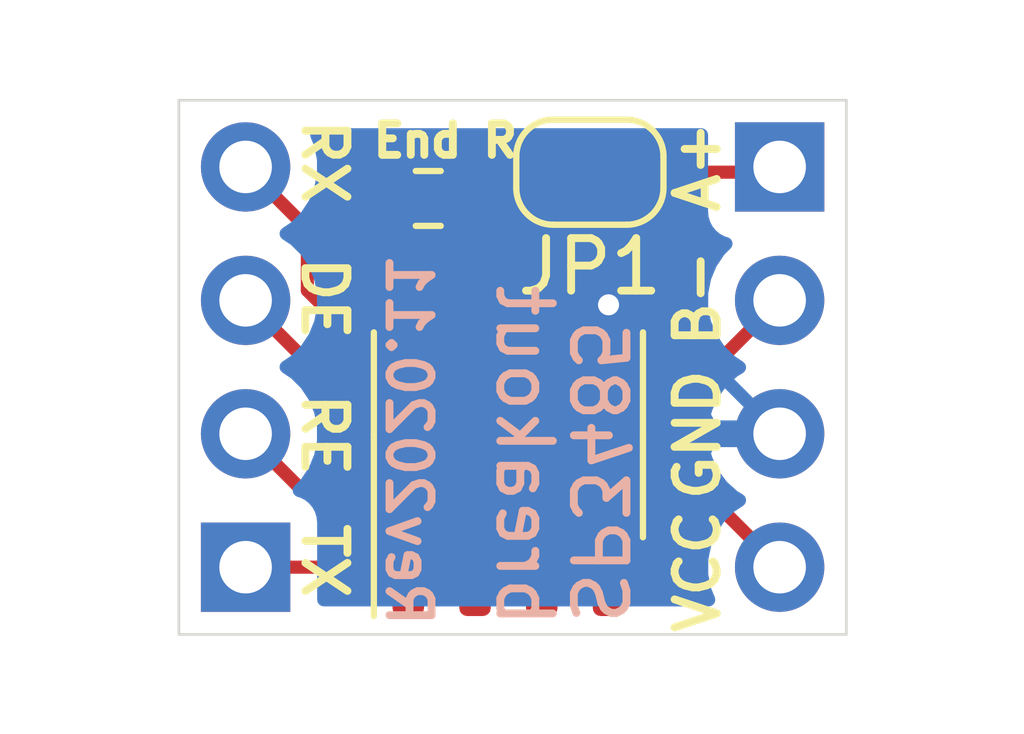
<source format=kicad_pcb>
(kicad_pcb (version 20171130) (host pcbnew 5.1.7-a382d34a8~87~ubuntu20.04.1)

  (general
    (thickness 1.6)
    (drawings 16)
    (tracks 37)
    (zones 0)
    (modules 5)
    (nets 10)
  )

  (page A4)
  (layers
    (0 F.Cu signal)
    (31 B.Cu signal)
    (32 B.Adhes user)
    (33 F.Adhes user)
    (34 B.Paste user)
    (35 F.Paste user)
    (36 B.SilkS user)
    (37 F.SilkS user)
    (38 B.Mask user)
    (39 F.Mask user)
    (40 Dwgs.User user)
    (41 Cmts.User user)
    (42 Eco1.User user)
    (43 Eco2.User user)
    (44 Edge.Cuts user)
    (45 Margin user)
    (46 B.CrtYd user)
    (47 F.CrtYd user)
    (48 B.Fab user)
    (49 F.Fab user)
  )

  (setup
    (last_trace_width 0.25)
    (trace_clearance 0.2)
    (zone_clearance 0.508)
    (zone_45_only no)
    (trace_min 0.2)
    (via_size 0.8)
    (via_drill 0.4)
    (via_min_size 0.4)
    (via_min_drill 0.3)
    (uvia_size 0.3)
    (uvia_drill 0.1)
    (uvias_allowed no)
    (uvia_min_size 0.2)
    (uvia_min_drill 0.1)
    (edge_width 0.05)
    (segment_width 0.2)
    (pcb_text_width 0.3)
    (pcb_text_size 1.5 1.5)
    (mod_edge_width 0.12)
    (mod_text_size 1 1)
    (mod_text_width 0.15)
    (pad_size 1.524 1.524)
    (pad_drill 0.762)
    (pad_to_mask_clearance 0)
    (aux_axis_origin 0 0)
    (visible_elements FFFFFF7F)
    (pcbplotparams
      (layerselection 0x010fc_ffffffff)
      (usegerberextensions false)
      (usegerberattributes true)
      (usegerberadvancedattributes true)
      (creategerberjobfile true)
      (excludeedgelayer true)
      (linewidth 0.100000)
      (plotframeref false)
      (viasonmask false)
      (mode 1)
      (useauxorigin false)
      (hpglpennumber 1)
      (hpglpenspeed 20)
      (hpglpendiameter 15.000000)
      (psnegative false)
      (psa4output false)
      (plotreference true)
      (plotvalue true)
      (plotinvisibletext false)
      (padsonsilk false)
      (subtractmaskfromsilk false)
      (outputformat 1)
      (mirror false)
      (drillshape 1)
      (scaleselection 1)
      (outputdirectory ""))
  )

  (net 0 "")
  (net 1 /DI)
  (net 2 /DE)
  (net 3 /RE)
  (net 4 /RO)
  (net 5 VCC)
  (net 6 GND)
  (net 7 /B)
  (net 8 /A)
  (net 9 "Net-(JP1-Pad2)")

  (net_class Default "This is the default net class."
    (clearance 0.2)
    (trace_width 0.25)
    (via_dia 0.8)
    (via_drill 0.4)
    (uvia_dia 0.3)
    (uvia_drill 0.1)
    (add_net /A)
    (add_net /B)
    (add_net /DE)
    (add_net /DI)
    (add_net /RE)
    (add_net /RO)
    (add_net GND)
    (add_net "Net-(JP1-Pad2)")
    (add_net VCC)
  )

  (module my-kicad-footprints:SolderJumper-2_P1.3mm_Bridged_RoundedPad1.0x1.5mm (layer F.Cu) (tedit 5F9D1B27) (tstamp 5F8CB595)
    (at 154.55 75.1 180)
    (descr "SMD Solder Jumper, 1x1.5mm, rounded Pads, 0.3mm gap, bridged with 1 copper strip")
    (tags "solder jumper open")
    (path /5F8CE2EE)
    (attr virtual)
    (fp_text reference JP1 (at 0 -1.8) (layer F.SilkS)
      (effects (font (size 1 1) (thickness 0.15)))
    )
    (fp_text value Bridged (at 0 1.9) (layer F.Fab)
      (effects (font (size 1 1) (thickness 0.15)))
    )
    (fp_arc (start -0.7 -0.3) (end -0.7 -1) (angle -90) (layer F.SilkS) (width 0.12))
    (fp_arc (start -0.7 0.3) (end -1.4 0.3) (angle -90) (layer F.SilkS) (width 0.12))
    (fp_arc (start 0.7 0.3) (end 0.7 1) (angle -90) (layer F.SilkS) (width 0.12))
    (fp_arc (start 0.7 -0.3) (end 1.4 -0.3) (angle -90) (layer F.SilkS) (width 0.12))
    (fp_poly (pts (xy 0.25 -0.75184) (xy -0.25 -0.75184) (xy -0.25 0.74676) (xy 0.25 0.74676)) (layer F.Mask) (width 0))
    (fp_line (start -1.4 0.3) (end -1.4 -0.3) (layer F.SilkS) (width 0.12))
    (fp_line (start 0.7 1) (end -0.7 1) (layer F.SilkS) (width 0.12))
    (fp_line (start 1.4 -0.3) (end 1.4 0.3) (layer F.SilkS) (width 0.12))
    (fp_line (start -0.7 -1) (end 0.7 -1) (layer F.SilkS) (width 0.12))
    (fp_line (start -1.65 -1.25) (end 1.65 -1.25) (layer F.CrtYd) (width 0.05))
    (fp_line (start -1.65 -1.25) (end -1.65 1.25) (layer F.CrtYd) (width 0.05))
    (fp_line (start 1.65 1.25) (end 1.65 -1.25) (layer F.CrtYd) (width 0.05))
    (fp_line (start 1.65 1.25) (end -1.65 1.25) (layer F.CrtYd) (width 0.05))
    (fp_poly (pts (xy 0.25 -0.15748) (xy -0.25 -0.15748) (xy -0.25 0.127) (xy 0.25 0.127)) (layer F.Cu) (width 0))
    (pad 1 smd custom (at -0.65 0 180) (size 1 0.5) (layers F.Cu F.Mask)
      (net 8 /A) (zone_connect 2)
      (options (clearance outline) (anchor rect))
      (primitives
        (gr_circle (center 0 0.25) (end 0.5 0.25) (width 0))
        (gr_circle (center 0 -0.25) (end 0.5 -0.25) (width 0))
        (gr_poly (pts
           (xy 0 -0.75) (xy 0.5 -0.75) (xy 0.5 0.75) (xy 0 0.75)) (width 0))
      ))
    (pad 2 smd custom (at 0.65 0 180) (size 1 0.5) (layers F.Cu F.Mask)
      (net 9 "Net-(JP1-Pad2)") (zone_connect 2)
      (options (clearance outline) (anchor rect))
      (primitives
        (gr_circle (center 0 0.25) (end 0.5 0.25) (width 0))
        (gr_circle (center 0 -0.25) (end 0.5 -0.25) (width 0))
        (gr_poly (pts
           (xy 0 -0.75) (xy -0.5 -0.75) (xy -0.5 0.75) (xy 0 0.75)) (width 0))
      ))
  )

  (module my-kicad-footprints:Pin_1x04_P2.54mm_nosilk (layer F.Cu) (tedit 5F8C5B0D) (tstamp 5F8CB045)
    (at 158.16 75)
    (descr "Through hole straight pin header, 1x04, 2.54mm pitch, single row")
    (tags "Through hole pin header THT 1x04 2.54mm single row")
    (path /5F8C6509)
    (fp_text reference J2 (at 0 -2.33) (layer F.SilkS) hide
      (effects (font (size 1 1) (thickness 0.15)))
    )
    (fp_text value Conn_01x04 (at 0 9.95) (layer F.Fab)
      (effects (font (size 1 1) (thickness 0.15)))
    )
    (fp_line (start 1.8 -1.8) (end -1.8 -1.8) (layer F.CrtYd) (width 0.05))
    (fp_line (start 1.8 9.4) (end 1.8 -1.8) (layer F.CrtYd) (width 0.05))
    (fp_line (start -1.8 9.4) (end 1.8 9.4) (layer F.CrtYd) (width 0.05))
    (fp_line (start -1.8 -1.8) (end -1.8 9.4) (layer F.CrtYd) (width 0.05))
    (fp_line (start -1.27 -0.635) (end -0.635 -1.27) (layer F.Fab) (width 0.1))
    (fp_line (start -1.27 8.89) (end -1.27 -0.635) (layer F.Fab) (width 0.1))
    (fp_line (start 1.27 8.89) (end -1.27 8.89) (layer F.Fab) (width 0.1))
    (fp_line (start 1.27 -1.27) (end 1.27 8.89) (layer F.Fab) (width 0.1))
    (fp_line (start -0.635 -1.27) (end 1.27 -1.27) (layer F.Fab) (width 0.1))
    (fp_text user %R (at 0 3.81 90) (layer F.Fab)
      (effects (font (size 1 1) (thickness 0.15)))
    )
    (pad 4 thru_hole oval (at 0 7.62) (size 1.7 1.7) (drill 1) (layers *.Cu *.Mask)
      (net 5 VCC))
    (pad 3 thru_hole oval (at 0 5.08) (size 1.7 1.7) (drill 1) (layers *.Cu *.Mask)
      (net 6 GND))
    (pad 2 thru_hole oval (at 0 2.54) (size 1.7 1.7) (drill 1) (layers *.Cu *.Mask)
      (net 7 /B))
    (pad 1 thru_hole rect (at 0 0) (size 1.7 1.7) (drill 1) (layers *.Cu *.Mask)
      (net 8 /A))
  )

  (module my-kicad-footprints:Pin_1x04_P2.54mm_nosilk (layer F.Cu) (tedit 5F8C5B0D) (tstamp 5F8CB02D)
    (at 148 82.62 180)
    (descr "Through hole straight pin header, 1x04, 2.54mm pitch, single row")
    (tags "Through hole pin header THT 1x04 2.54mm single row")
    (path /5F8C5F91)
    (fp_text reference J1 (at 0 -2.33) (layer F.SilkS) hide
      (effects (font (size 1 1) (thickness 0.15)))
    )
    (fp_text value Conn_01x04 (at 0 9.95) (layer F.Fab)
      (effects (font (size 1 1) (thickness 0.15)))
    )
    (fp_line (start 1.8 -1.8) (end -1.8 -1.8) (layer F.CrtYd) (width 0.05))
    (fp_line (start 1.8 9.4) (end 1.8 -1.8) (layer F.CrtYd) (width 0.05))
    (fp_line (start -1.8 9.4) (end 1.8 9.4) (layer F.CrtYd) (width 0.05))
    (fp_line (start -1.8 -1.8) (end -1.8 9.4) (layer F.CrtYd) (width 0.05))
    (fp_line (start -1.27 -0.635) (end -0.635 -1.27) (layer F.Fab) (width 0.1))
    (fp_line (start -1.27 8.89) (end -1.27 -0.635) (layer F.Fab) (width 0.1))
    (fp_line (start 1.27 8.89) (end -1.27 8.89) (layer F.Fab) (width 0.1))
    (fp_line (start 1.27 -1.27) (end 1.27 8.89) (layer F.Fab) (width 0.1))
    (fp_line (start -0.635 -1.27) (end 1.27 -1.27) (layer F.Fab) (width 0.1))
    (fp_text user %R (at 0 3.81 90) (layer F.Fab)
      (effects (font (size 1 1) (thickness 0.15)))
    )
    (pad 4 thru_hole oval (at 0 7.62 180) (size 1.7 1.7) (drill 1) (layers *.Cu *.Mask)
      (net 1 /DI))
    (pad 3 thru_hole oval (at 0 5.08 180) (size 1.7 1.7) (drill 1) (layers *.Cu *.Mask)
      (net 2 /DE))
    (pad 2 thru_hole oval (at 0 2.54 180) (size 1.7 1.7) (drill 1) (layers *.Cu *.Mask)
      (net 3 /RE))
    (pad 1 thru_hole rect (at 0 0 180) (size 1.7 1.7) (drill 1) (layers *.Cu *.Mask)
      (net 4 /RO))
  )

  (module Package_SO:SOIC-8_3.9x4.9mm_P1.27mm (layer F.Cu) (tedit 5D9F72B1) (tstamp 5F8CB070)
    (at 153 80.1 90)
    (descr "SOIC, 8 Pin (JEDEC MS-012AA, https://www.analog.com/media/en/package-pcb-resources/package/pkg_pdf/soic_narrow-r/r_8.pdf), generated with kicad-footprint-generator ipc_gullwing_generator.py")
    (tags "SOIC SO")
    (path /5F8C56A7)
    (attr smd)
    (fp_text reference U1 (at 0 -3.4 90) (layer F.SilkS) hide
      (effects (font (size 1 1) (thickness 0.15)))
    )
    (fp_text value SP3485CN (at 0 3.4 90) (layer F.Fab)
      (effects (font (size 1 1) (thickness 0.15)))
    )
    (fp_line (start 3.7 -2.7) (end -3.7 -2.7) (layer F.CrtYd) (width 0.05))
    (fp_line (start 3.7 2.7) (end 3.7 -2.7) (layer F.CrtYd) (width 0.05))
    (fp_line (start -3.7 2.7) (end 3.7 2.7) (layer F.CrtYd) (width 0.05))
    (fp_line (start -3.7 -2.7) (end -3.7 2.7) (layer F.CrtYd) (width 0.05))
    (fp_line (start -1.95 -1.475) (end -0.975 -2.45) (layer F.Fab) (width 0.1))
    (fp_line (start -1.95 2.45) (end -1.95 -1.475) (layer F.Fab) (width 0.1))
    (fp_line (start 1.95 2.45) (end -1.95 2.45) (layer F.Fab) (width 0.1))
    (fp_line (start 1.95 -2.45) (end 1.95 2.45) (layer F.Fab) (width 0.1))
    (fp_line (start -0.975 -2.45) (end 1.95 -2.45) (layer F.Fab) (width 0.1))
    (fp_line (start 0 -2.56) (end -3.45 -2.56) (layer F.SilkS) (width 0.12))
    (fp_line (start 0 -2.56) (end 1.95 -2.56) (layer F.SilkS) (width 0.12))
    (fp_line (start 0 2.56) (end -1.95 2.56) (layer F.SilkS) (width 0.12))
    (fp_line (start 0 2.56) (end 1.95 2.56) (layer F.SilkS) (width 0.12))
    (fp_text user %R (at 0 0 90) (layer F.Fab)
      (effects (font (size 0.98 0.98) (thickness 0.15)))
    )
    (pad 8 smd roundrect (at 2.475 -1.905 90) (size 1.95 0.6) (layers F.Cu F.Paste F.Mask) (roundrect_rratio 0.25)
      (net 5 VCC))
    (pad 7 smd roundrect (at 2.475 -0.635 90) (size 1.95 0.6) (layers F.Cu F.Paste F.Mask) (roundrect_rratio 0.25)
      (net 7 /B))
    (pad 6 smd roundrect (at 2.475 0.635 90) (size 1.95 0.6) (layers F.Cu F.Paste F.Mask) (roundrect_rratio 0.25)
      (net 8 /A))
    (pad 5 smd roundrect (at 2.475 1.905 90) (size 1.95 0.6) (layers F.Cu F.Paste F.Mask) (roundrect_rratio 0.25)
      (net 6 GND))
    (pad 4 smd roundrect (at -2.475 1.905 90) (size 1.95 0.6) (layers F.Cu F.Paste F.Mask) (roundrect_rratio 0.25)
      (net 1 /DI))
    (pad 3 smd roundrect (at -2.475 0.635 90) (size 1.95 0.6) (layers F.Cu F.Paste F.Mask) (roundrect_rratio 0.25)
      (net 2 /DE))
    (pad 2 smd roundrect (at -2.475 -0.635 90) (size 1.95 0.6) (layers F.Cu F.Paste F.Mask) (roundrect_rratio 0.25)
      (net 3 /RE))
    (pad 1 smd roundrect (at -2.475 -1.905 90) (size 1.95 0.6) (layers F.Cu F.Paste F.Mask) (roundrect_rratio 0.25)
      (net 4 /RO))
    (model ${KISYS3DMOD}/Package_SO.3dshapes/SOIC-8_3.9x4.9mm_P1.27mm.wrl
      (at (xyz 0 0 0))
      (scale (xyz 1 1 1))
      (rotate (xyz 0 0 0))
    )
  )

  (module Resistor_SMD:R_0603_1608Metric (layer F.Cu) (tedit 5F68FEEE) (tstamp 5F8CB056)
    (at 151.475 75.6 180)
    (descr "Resistor SMD 0603 (1608 Metric), square (rectangular) end terminal, IPC_7351 nominal, (Body size source: IPC-SM-782 page 72, https://www.pcb-3d.com/wordpress/wp-content/uploads/ipc-sm-782a_amendment_1_and_2.pdf), generated with kicad-footprint-generator")
    (tags resistor)
    (path /5F8C733B)
    (attr smd)
    (fp_text reference R1 (at 0 -1.43) (layer F.SilkS) hide
      (effects (font (size 1 1) (thickness 0.15)))
    )
    (fp_text value 220 (at 0 1.43) (layer F.Fab)
      (effects (font (size 1 1) (thickness 0.15)))
    )
    (fp_line (start -0.8 0.4125) (end -0.8 -0.4125) (layer F.Fab) (width 0.1))
    (fp_line (start -0.8 -0.4125) (end 0.8 -0.4125) (layer F.Fab) (width 0.1))
    (fp_line (start 0.8 -0.4125) (end 0.8 0.4125) (layer F.Fab) (width 0.1))
    (fp_line (start 0.8 0.4125) (end -0.8 0.4125) (layer F.Fab) (width 0.1))
    (fp_line (start -0.237258 -0.5225) (end 0.237258 -0.5225) (layer F.SilkS) (width 0.12))
    (fp_line (start -0.237258 0.5225) (end 0.237258 0.5225) (layer F.SilkS) (width 0.12))
    (fp_line (start -1.48 0.73) (end -1.48 -0.73) (layer F.CrtYd) (width 0.05))
    (fp_line (start -1.48 -0.73) (end 1.48 -0.73) (layer F.CrtYd) (width 0.05))
    (fp_line (start 1.48 -0.73) (end 1.48 0.73) (layer F.CrtYd) (width 0.05))
    (fp_line (start 1.48 0.73) (end -1.48 0.73) (layer F.CrtYd) (width 0.05))
    (fp_text user %R (at 0 0) (layer F.Fab)
      (effects (font (size 0.4 0.4) (thickness 0.06)))
    )
    (pad 1 smd roundrect (at -0.825 0 180) (size 0.8 0.95) (layers F.Cu F.Paste F.Mask) (roundrect_rratio 0.25)
      (net 9 "Net-(JP1-Pad2)"))
    (pad 2 smd roundrect (at 0.825 0 180) (size 0.8 0.95) (layers F.Cu F.Paste F.Mask) (roundrect_rratio 0.25)
      (net 7 /B))
    (model ${KISYS3DMOD}/Resistor_SMD.3dshapes/R_0603_1608Metric.wrl
      (at (xyz 0 0 0))
      (scale (xyz 1 1 1))
      (rotate (xyz 0 0 0))
    )
  )

  (gr_text Rev2020.11 (at 151.1 80.2 270) (layer B.SilkS) (tstamp 5F8CC5AB)
    (effects (font (size 0.8 0.8) (thickness 0.15)) (justify mirror))
  )
  (gr_text SP3485 (at 154.7 80.8 270) (layer B.SilkS) (tstamp 5F8CC5AB)
    (effects (font (size 1 1) (thickness 0.15)) (justify mirror))
  )
  (gr_text breakout (at 153.3 80.5 270) (layer B.SilkS) (tstamp 5F8CC4D0)
    (effects (font (size 1 1) (thickness 0.15)) (justify mirror))
  )
  (gr_text "End R" (at 151.8 74.5) (layer F.SilkS) (tstamp 5F8CC4D0)
    (effects (font (size 0.6 0.6) (thickness 0.15)))
  )
  (gr_text VCC (at 156.6 82.7 90) (layer F.SilkS) (tstamp 5F8CC4D0)
    (effects (font (size 0.8 0.8) (thickness 0.15)))
  )
  (gr_text GND (at 156.6 80.1 90) (layer F.SilkS) (tstamp 5F8CC4D0)
    (effects (font (size 0.8 0.8) (thickness 0.15)))
  )
  (gr_text B- (at 156.6 77.5 90) (layer F.SilkS) (tstamp 5F8CC4D0)
    (effects (font (size 0.8 0.8) (thickness 0.15)))
  )
  (gr_text A+ (at 156.6 75 90) (layer F.SilkS) (tstamp 5F8CC4D0)
    (effects (font (size 0.8 0.8) (thickness 0.15)))
  )
  (gr_text RE (at 149.5 80.1 270) (layer F.SilkS) (tstamp 5F8CC4D0)
    (effects (font (size 0.8 0.8) (thickness 0.15)))
  )
  (gr_text DE (at 149.5 77.5 270) (layer F.SilkS) (tstamp 5F8CC4D0)
    (effects (font (size 0.8 0.8) (thickness 0.15)))
  )
  (gr_text RX (at 149.5 74.9 270) (layer F.SilkS) (tstamp 5F8CC4D0)
    (effects (font (size 0.8 0.8) (thickness 0.15)))
  )
  (gr_text TX (at 149.5 82.5 270) (layer F.SilkS)
    (effects (font (size 0.8 0.8) (thickness 0.15)))
  )
  (gr_line (start 159.43 73.73) (end 146.73 73.73) (layer Edge.Cuts) (width 0.05) (tstamp 5F8CB95F))
  (gr_line (start 159.43 83.9) (end 159.43 73.73) (layer Edge.Cuts) (width 0.05))
  (gr_line (start 146.73 83.9) (end 159.43 83.9) (layer Edge.Cuts) (width 0.05))
  (gr_line (start 146.73 73.73) (end 146.73 83.9) (layer Edge.Cuts) (width 0.05))

  (segment (start 154.905 82.198232) (end 154.905 82.575) (width 0.25) (layer F.Cu) (net 1))
  (segment (start 152.906748 80.19998) (end 154.905 82.198232) (width 0.25) (layer F.Cu) (net 1))
  (segment (start 152.023212 80.19998) (end 152.906748 80.19998) (width 0.25) (layer F.Cu) (net 1))
  (segment (start 149.175001 77.351769) (end 152.023212 80.19998) (width 0.25) (layer F.Cu) (net 1))
  (segment (start 149.175001 76.175001) (end 149.175001 77.351769) (width 0.25) (layer F.Cu) (net 1))
  (segment (start 148 75) (end 149.175001 76.175001) (width 0.25) (layer F.Cu) (net 1))
  (segment (start 148 77.54) (end 151.10999 80.64999) (width 0.25) (layer F.Cu) (net 2))
  (segment (start 153.635 81.6) (end 153.635 82.575) (width 0.25) (layer F.Cu) (net 2))
  (segment (start 152.68499 80.64999) (end 153.635 81.6) (width 0.25) (layer F.Cu) (net 2))
  (segment (start 151.10999 80.64999) (end 152.68499 80.64999) (width 0.25) (layer F.Cu) (net 2))
  (segment (start 148 80.08) (end 149.02 81.1) (width 0.25) (layer F.Cu) (net 3))
  (segment (start 152.365 81.6) (end 152.365 82.575) (width 0.25) (layer F.Cu) (net 3))
  (segment (start 151.865 81.1) (end 152.365 81.6) (width 0.25) (layer F.Cu) (net 3))
  (segment (start 149.02 81.1) (end 151.865 81.1) (width 0.25) (layer F.Cu) (net 3))
  (segment (start 151.05 82.62) (end 151.095 82.575) (width 0.25) (layer F.Cu) (net 4))
  (segment (start 148 82.62) (end 151.05 82.62) (width 0.25) (layer F.Cu) (net 4))
  (segment (start 151.095 78.6) (end 151.095 77.625) (width 0.25) (layer F.Cu) (net 5))
  (segment (start 152.244971 79.749971) (end 151.095 78.6) (width 0.25) (layer F.Cu) (net 5))
  (segment (start 155.289971 79.749971) (end 152.244971 79.749971) (width 0.25) (layer F.Cu) (net 5))
  (segment (start 158.16 82.62) (end 155.289971 79.749971) (width 0.25) (layer F.Cu) (net 5))
  (via (at 154.905 77.625) (size 0.8) (drill 0.4) (layers F.Cu B.Cu) (net 6))
  (segment (start 155.705 77.625) (end 154.905 77.625) (width 0.25) (layer B.Cu) (net 6))
  (segment (start 158.16 80.08) (end 155.705 77.625) (width 0.25) (layer B.Cu) (net 6))
  (segment (start 152.365 77.057478) (end 152.365 77.625) (width 0.25) (layer F.Cu) (net 7))
  (segment (start 150.907522 75.6) (end 152.365 77.057478) (width 0.25) (layer F.Cu) (net 7))
  (segment (start 150.475 75.6) (end 150.907522 75.6) (width 0.25) (layer F.Cu) (net 7))
  (segment (start 152.365 78.001768) (end 152.365 77.625) (width 0.25) (layer F.Cu) (net 7))
  (segment (start 153.288242 78.92501) (end 152.365 78.001768) (width 0.25) (layer F.Cu) (net 7))
  (segment (start 156.77499 78.92501) (end 153.288242 78.92501) (width 0.25) (layer F.Cu) (net 7))
  (segment (start 158.16 77.54) (end 156.77499 78.92501) (width 0.25) (layer F.Cu) (net 7))
  (segment (start 155.2 75.509636) (end 155.2 75.1) (width 0.25) (layer F.Cu) (net 8))
  (segment (start 153.635 77.074636) (end 155.2 75.509636) (width 0.25) (layer F.Cu) (net 8))
  (segment (start 153.635 77.625) (end 153.635 77.074636) (width 0.25) (layer F.Cu) (net 8))
  (segment (start 158.06 75.1) (end 158.16 75) (width 0.25) (layer F.Cu) (net 8))
  (segment (start 155.2 75.1) (end 158.06 75.1) (width 0.25) (layer F.Cu) (net 8))
  (segment (start 153.4 75.6) (end 153.9 75.1) (width 0.25) (layer F.Cu) (net 9))
  (segment (start 152.125 75.6) (end 153.4 75.6) (width 0.25) (layer F.Cu) (net 9))

  (zone (net 6) (net_name GND) (layer B.Cu) (tstamp 5F9D1DF0) (hatch edge 0.508)
    (connect_pads (clearance 0.508))
    (min_thickness 0.254)
    (fill yes (arc_segments 32) (thermal_gap 0.508) (thermal_bridge_width 0.508))
    (polygon
      (pts
        (xy 159.4 83.9) (xy 146.7 83.9) (xy 146.7 73.7) (xy 159.4 73.7)
      )
    )
    (filled_polygon
      (pts
        (xy 156.671928 75.85) (xy 156.684188 75.974482) (xy 156.720498 76.09418) (xy 156.779463 76.204494) (xy 156.858815 76.301185)
        (xy 156.955506 76.380537) (xy 157.06582 76.439502) (xy 157.13838 76.461513) (xy 157.006525 76.593368) (xy 156.84401 76.836589)
        (xy 156.732068 77.106842) (xy 156.675 77.39374) (xy 156.675 77.68626) (xy 156.732068 77.973158) (xy 156.84401 78.243411)
        (xy 157.006525 78.486632) (xy 157.213368 78.693475) (xy 157.395534 78.815195) (xy 157.278645 78.884822) (xy 157.062412 79.079731)
        (xy 156.888359 79.31308) (xy 156.763175 79.575901) (xy 156.718524 79.72311) (xy 156.839845 79.953) (xy 158.033 79.953)
        (xy 158.033 79.933) (xy 158.287 79.933) (xy 158.287 79.953) (xy 158.307 79.953) (xy 158.307 80.207)
        (xy 158.287 80.207) (xy 158.287 80.227) (xy 158.033 80.227) (xy 158.033 80.207) (xy 156.839845 80.207)
        (xy 156.718524 80.43689) (xy 156.763175 80.584099) (xy 156.888359 80.84692) (xy 157.062412 81.080269) (xy 157.278645 81.275178)
        (xy 157.395534 81.344805) (xy 157.213368 81.466525) (xy 157.006525 81.673368) (xy 156.84401 81.916589) (xy 156.732068 82.186842)
        (xy 156.675 82.47374) (xy 156.675 82.76626) (xy 156.732068 83.053158) (xy 156.80946 83.24) (xy 149.488072 83.24)
        (xy 149.488072 81.77) (xy 149.475812 81.645518) (xy 149.439502 81.52582) (xy 149.380537 81.415506) (xy 149.301185 81.318815)
        (xy 149.204494 81.239463) (xy 149.09418 81.180498) (xy 149.02162 81.158487) (xy 149.153475 81.026632) (xy 149.31599 80.783411)
        (xy 149.427932 80.513158) (xy 149.485 80.22626) (xy 149.485 79.93374) (xy 149.427932 79.646842) (xy 149.31599 79.376589)
        (xy 149.153475 79.133368) (xy 148.946632 78.926525) (xy 148.77224 78.81) (xy 148.946632 78.693475) (xy 149.153475 78.486632)
        (xy 149.31599 78.243411) (xy 149.427932 77.973158) (xy 149.485 77.68626) (xy 149.485 77.39374) (xy 149.427932 77.106842)
        (xy 149.31599 76.836589) (xy 149.153475 76.593368) (xy 148.946632 76.386525) (xy 148.77224 76.27) (xy 148.946632 76.153475)
        (xy 149.153475 75.946632) (xy 149.31599 75.703411) (xy 149.427932 75.433158) (xy 149.485 75.14626) (xy 149.485 74.85374)
        (xy 149.427932 74.566842) (xy 149.354682 74.39) (xy 156.671928 74.39)
      )
    )
  )
)

</source>
